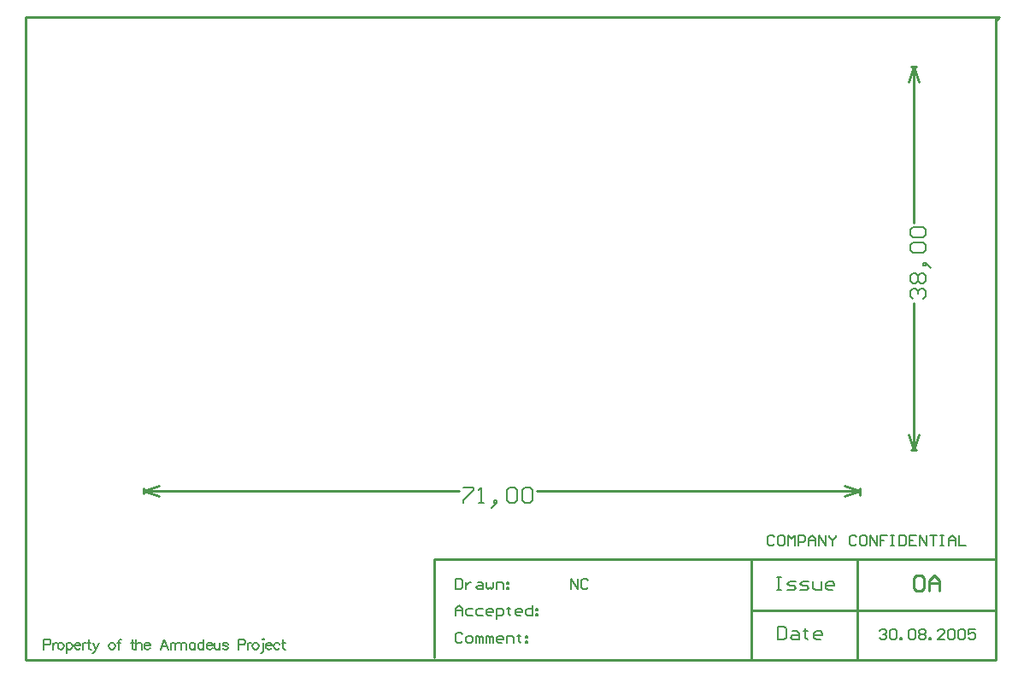
<source format=gm1>
%FSLAX42Y42*%
%MOMM*%
G71*
G01*
G75*
%ADD10C,0.45*%
%ADD11R,0.30X1.60*%
%ADD12R,0.60X0.50*%
%ADD13R,0.50X0.60*%
%ADD14R,1.20X1.50*%
%ADD15R,1.50X1.20*%
%ADD16R,0.80X0.90*%
%ADD17R,1.60X0.30*%
%ADD18R,1.95X3.40*%
%ADD19R,1.95X1.10*%
%ADD20R,1.45X0.55*%
%ADD21R,0.90X0.80*%
%ADD22R,2.60X2.40*%
%ADD23R,1.00X2.50*%
%ADD24R,2.50X6.00*%
%ADD25R,3.50X3.20*%
%ADD26R,4.50X1.50*%
%ADD27R,1.50X0.35*%
%ADD28C,0.15*%
%ADD29C,0.25*%
%ADD30C,0.15*%
%ADD31C,0.13*%
%ADD32C,0.18*%
%ADD33C,0.30*%
%ADD34C,0.40*%
%ADD35R,0.35X1.60*%
%ADD36C,0.80*%
%ADD37C,1.10*%
%ADD38O,0.35X1.60*%
%ADD39R,0.95X1.00*%
%ADD40R,1.15X0.35*%
%ADD41R,1.15X0.35*%
%ADD42R,1.65X0.30*%
%ADD43R,0.30X1.00*%
%ADD44O,0.30X1.00*%
%ADD45R,0.40X1.55*%
%ADD46R,0.40X2.20*%
%ADD47C,0.25*%
%ADD48C,0.20*%
%ADD49C,0.10*%
%ADD50C,0.65*%
%ADD51R,0.50X1.80*%
%ADD52R,0.80X0.70*%
%ADD53R,0.70X0.80*%
%ADD54R,1.40X1.70*%
%ADD55R,1.70X1.40*%
%ADD56R,1.00X1.10*%
%ADD57R,1.80X0.50*%
%ADD58R,2.15X3.60*%
%ADD59R,2.15X1.30*%
%ADD60R,1.65X0.75*%
%ADD61R,1.10X1.00*%
%ADD62R,2.80X2.60*%
%ADD63R,1.20X2.70*%
%ADD64R,2.70X6.20*%
%ADD65R,3.70X3.40*%
%ADD66R,4.70X1.70*%
%ADD67R,1.70X0.55*%
%ADD68C,0.50*%
%ADD69C,0.60*%
%ADD70R,0.55X1.80*%
%ADD71C,1.00*%
%ADD72C,1.30*%
%ADD73O,0.55X1.80*%
%ADD74R,1.15X1.20*%
%ADD75R,1.35X0.55*%
%ADD76R,1.35X0.55*%
%ADD77R,1.85X0.50*%
%ADD78R,0.50X1.20*%
%ADD79O,0.50X1.20*%
%ADD80R,0.60X1.75*%
%ADD81R,0.60X2.40*%
D29*
X9060Y6051D02*
X9115D01*
X9065Y2251D02*
X9110D01*
X9090Y4502D02*
Y6051D01*
Y2251D02*
Y3710D01*
X9039Y5898D02*
X9090Y6051D01*
X9141Y5898D01*
X9090Y2251D02*
X9141Y2403D01*
X9039D02*
X9090Y2251D01*
X1457Y1815D02*
Y1865D01*
X8557Y1800D02*
Y1865D01*
X1457Y1840D02*
X4583D01*
X5350D02*
X8557D01*
X1457D02*
X1610Y1789D01*
X1457Y1840D02*
X1610Y1891D01*
X8405D02*
X8557Y1840D01*
X8405Y1789D02*
X8557Y1840D01*
X8530Y170D02*
Y1170D01*
X7480Y660D02*
X9900D01*
X7480Y180D02*
Y1170D01*
X4340Y190D02*
Y1170D01*
X9900D01*
Y170D02*
Y6540D01*
Y6510D02*
X9930Y6540D01*
X290D02*
X9930D01*
X290Y170D02*
Y6540D01*
Y170D02*
X9900D01*
X9090Y977D02*
X9115Y1002D01*
X9166D01*
X9192Y977D01*
Y875D01*
X9166Y850D01*
X9115D01*
X9090Y875D01*
Y977D01*
X9242Y850D02*
Y952D01*
X9293Y1002D01*
X9344Y952D01*
Y850D01*
Y926D01*
X9242D01*
D30*
X9078Y3751D02*
X9053Y3776D01*
Y3827D01*
X9078Y3852D01*
X9104D01*
X9129Y3827D01*
Y3801D01*
Y3827D01*
X9155Y3852D01*
X9180D01*
X9205Y3827D01*
Y3776D01*
X9180Y3751D01*
X9078Y3903D02*
X9053Y3928D01*
Y3979D01*
X9078Y4005D01*
X9104D01*
X9129Y3979D01*
X9155Y4005D01*
X9180D01*
X9205Y3979D01*
Y3928D01*
X9180Y3903D01*
X9155D01*
X9129Y3928D01*
X9104Y3903D01*
X9078D01*
X9129Y3928D02*
Y3979D01*
X9231Y4081D02*
X9205Y4106D01*
X9180D01*
Y4081D01*
X9205D01*
Y4106D01*
X9231Y4081D01*
X9256Y4055D01*
X9078Y4208D02*
X9053Y4233D01*
Y4284D01*
X9078Y4309D01*
X9180D01*
X9205Y4284D01*
Y4233D01*
X9180Y4208D01*
X9078D01*
Y4360D02*
X9053Y4385D01*
Y4436D01*
X9078Y4462D01*
X9180D01*
X9205Y4436D01*
Y4385D01*
X9180Y4360D01*
X9078D01*
X4624Y1876D02*
X4725D01*
Y1850D01*
X4624Y1749D01*
Y1723D01*
X4776D02*
X4827D01*
X4802D01*
Y1876D01*
X4776Y1850D01*
X4928Y1698D02*
X4954Y1723D01*
Y1749D01*
X4928D01*
Y1723D01*
X4954D01*
X4928Y1698D01*
X4903Y1672D01*
X5055Y1850D02*
X5081Y1876D01*
X5132D01*
X5157Y1850D01*
Y1749D01*
X5132Y1723D01*
X5081D01*
X5055Y1749D01*
Y1850D01*
X5208D02*
X5233Y1876D01*
X5284D01*
X5309Y1850D01*
Y1749D01*
X5284Y1723D01*
X5233D01*
X5208Y1749D01*
Y1850D01*
D31*
X8750Y455D02*
X8767Y472D01*
X8801D01*
X8818Y455D01*
Y438D01*
X8801Y421D01*
X8784D01*
X8801D01*
X8818Y404D01*
Y387D01*
X8801Y370D01*
X8767D01*
X8750Y387D01*
X8852Y455D02*
X8868Y472D01*
X8902D01*
X8919Y455D01*
Y387D01*
X8902Y370D01*
X8868D01*
X8852Y387D01*
Y455D01*
X8953Y370D02*
Y387D01*
X8970D01*
Y370D01*
X8953D01*
X9038Y455D02*
X9055Y472D01*
X9089D01*
X9105Y455D01*
Y387D01*
X9089Y370D01*
X9055D01*
X9038Y387D01*
Y455D01*
X9139D02*
X9156Y472D01*
X9190D01*
X9207Y455D01*
Y438D01*
X9190Y421D01*
X9207Y404D01*
Y387D01*
X9190Y370D01*
X9156D01*
X9139Y387D01*
Y404D01*
X9156Y421D01*
X9139Y438D01*
Y455D01*
X9156Y421D02*
X9190D01*
X9241Y370D02*
Y387D01*
X9258D01*
Y370D01*
X9241D01*
X9393D02*
X9326D01*
X9393Y438D01*
Y455D01*
X9376Y472D01*
X9342D01*
X9326Y455D01*
X9427D02*
X9444Y472D01*
X9478D01*
X9495Y455D01*
Y387D01*
X9478Y370D01*
X9444D01*
X9427Y387D01*
Y455D01*
X9529D02*
X9546Y472D01*
X9579D01*
X9596Y455D01*
Y387D01*
X9579Y370D01*
X9546D01*
X9529Y387D01*
Y455D01*
X9698Y472D02*
X9630D01*
Y421D01*
X9664Y438D01*
X9681D01*
X9698Y421D01*
Y387D01*
X9681Y370D01*
X9647D01*
X9630Y387D01*
X5690Y870D02*
Y972D01*
X5758Y870D01*
Y972D01*
X5859Y955D02*
X5842Y972D01*
X5808D01*
X5792Y955D01*
Y887D01*
X5808Y870D01*
X5842D01*
X5859Y887D01*
X470Y318D02*
X514D01*
X528Y323D01*
X533Y328D01*
X538Y338D01*
Y352D01*
X533Y362D01*
X528Y367D01*
X514Y372D01*
X470D01*
Y270D01*
X560Y338D02*
Y270D01*
Y309D02*
X565Y323D01*
X575Y333D01*
X585Y338D01*
X599D01*
X633D02*
X623Y333D01*
X613Y323D01*
X608Y309D01*
Y299D01*
X613Y285D01*
X623Y275D01*
X633Y270D01*
X647D01*
X657Y275D01*
X666Y285D01*
X671Y299D01*
Y309D01*
X666Y323D01*
X657Y333D01*
X647Y338D01*
X633D01*
X693D02*
Y236D01*
Y323D02*
X703Y333D01*
X713Y338D01*
X727D01*
X737Y333D01*
X747Y323D01*
X752Y309D01*
Y299D01*
X747Y285D01*
X737Y275D01*
X727Y270D01*
X713D01*
X703Y275D01*
X693Y285D01*
X773Y309D02*
X831D01*
Y318D01*
X826Y328D01*
X822Y333D01*
X812Y338D01*
X797D01*
X788Y333D01*
X778Y323D01*
X773Y309D01*
Y299D01*
X778Y285D01*
X788Y275D01*
X797Y270D01*
X812D01*
X822Y275D01*
X831Y285D01*
X853Y338D02*
Y270D01*
Y309D02*
X858Y323D01*
X868Y333D01*
X877Y338D01*
X892D01*
X915Y372D02*
Y289D01*
X920Y275D01*
X930Y270D01*
X940D01*
X901Y338D02*
X935D01*
X959D02*
X988Y270D01*
X1017Y338D02*
X988Y270D01*
X978Y251D01*
X969Y241D01*
X959Y236D01*
X954D01*
X1138Y338D02*
X1128Y333D01*
X1119Y323D01*
X1114Y309D01*
Y299D01*
X1119Y285D01*
X1128Y275D01*
X1138Y270D01*
X1153D01*
X1162Y275D01*
X1172Y285D01*
X1177Y299D01*
Y309D01*
X1172Y323D01*
X1162Y333D01*
X1153Y338D01*
X1138D01*
X1238Y372D02*
X1228D01*
X1218Y367D01*
X1213Y352D01*
Y270D01*
X1199Y338D02*
X1233D01*
X1346Y372D02*
Y289D01*
X1351Y275D01*
X1361Y270D01*
X1371D01*
X1332Y338D02*
X1366D01*
X1385Y372D02*
Y270D01*
Y318D02*
X1400Y333D01*
X1409Y338D01*
X1424D01*
X1434Y333D01*
X1438Y318D01*
Y270D01*
X1465Y309D02*
X1523D01*
Y318D01*
X1518Y328D01*
X1513Y333D01*
X1504Y338D01*
X1489D01*
X1479Y333D01*
X1470Y323D01*
X1465Y309D01*
Y299D01*
X1470Y285D01*
X1479Y275D01*
X1489Y270D01*
X1504D01*
X1513Y275D01*
X1523Y285D01*
X1702Y270D02*
X1663Y372D01*
X1625Y270D01*
X1639Y304D02*
X1687D01*
X1726Y338D02*
Y270D01*
Y309D02*
X1731Y323D01*
X1740Y333D01*
X1750Y338D01*
X1764D01*
X1774D02*
Y270D01*
Y318D02*
X1788Y333D01*
X1798Y338D01*
X1812D01*
X1822Y333D01*
X1827Y318D01*
Y270D01*
Y318D02*
X1841Y333D01*
X1851Y338D01*
X1865D01*
X1875Y333D01*
X1880Y318D01*
Y270D01*
X1970Y338D02*
Y270D01*
Y323D02*
X1960Y333D01*
X1951Y338D01*
X1936D01*
X1926Y333D01*
X1917Y323D01*
X1912Y309D01*
Y299D01*
X1917Y285D01*
X1926Y275D01*
X1936Y270D01*
X1951D01*
X1960Y275D01*
X1970Y285D01*
X2055Y372D02*
Y270D01*
Y323D02*
X2045Y333D01*
X2036Y338D01*
X2021D01*
X2012Y333D01*
X2002Y323D01*
X1997Y309D01*
Y299D01*
X2002Y285D01*
X2012Y275D01*
X2021Y270D01*
X2036D01*
X2045Y275D01*
X2055Y285D01*
X2082Y309D02*
X2140D01*
Y318D01*
X2135Y328D01*
X2131Y333D01*
X2121Y338D01*
X2106D01*
X2097Y333D01*
X2087Y323D01*
X2082Y309D01*
Y299D01*
X2087Y285D01*
X2097Y275D01*
X2106Y270D01*
X2121D01*
X2131Y275D01*
X2140Y285D01*
X2162Y338D02*
Y289D01*
X2167Y275D01*
X2177Y270D01*
X2191D01*
X2201Y275D01*
X2215Y289D01*
Y338D02*
Y270D01*
X2295Y323D02*
X2290Y333D01*
X2276Y338D01*
X2261D01*
X2247Y333D01*
X2242Y323D01*
X2247Y314D01*
X2256Y309D01*
X2281Y304D01*
X2290Y299D01*
X2295Y289D01*
Y285D01*
X2290Y275D01*
X2276Y270D01*
X2261D01*
X2247Y275D01*
X2242Y285D01*
X2396Y318D02*
X2440D01*
X2454Y323D01*
X2459Y328D01*
X2464Y338D01*
Y352D01*
X2459Y362D01*
X2454Y367D01*
X2440Y372D01*
X2396D01*
Y270D01*
X2487Y338D02*
Y270D01*
Y309D02*
X2491Y323D01*
X2501Y333D01*
X2511Y338D01*
X2525D01*
X2559D02*
X2549Y333D01*
X2539Y323D01*
X2534Y309D01*
Y299D01*
X2539Y285D01*
X2549Y275D01*
X2559Y270D01*
X2573D01*
X2583Y275D01*
X2592Y285D01*
X2597Y299D01*
Y309D01*
X2592Y323D01*
X2583Y333D01*
X2573Y338D01*
X2559D01*
X2639Y372D02*
X2644Y367D01*
X2649Y372D01*
X2644Y376D01*
X2639Y372D01*
X2644Y338D02*
Y255D01*
X2639Y241D01*
X2629Y236D01*
X2620D01*
X2667Y309D02*
X2726D01*
Y318D01*
X2721Y328D01*
X2716Y333D01*
X2706Y338D01*
X2692D01*
X2682Y333D01*
X2672Y323D01*
X2667Y309D01*
Y299D01*
X2672Y285D01*
X2682Y275D01*
X2692Y270D01*
X2706D01*
X2716Y275D01*
X2726Y285D01*
X2805Y323D02*
X2796Y333D01*
X2786Y338D01*
X2771D01*
X2762Y333D01*
X2752Y323D01*
X2747Y309D01*
Y299D01*
X2752Y285D01*
X2762Y275D01*
X2771Y270D01*
X2786D01*
X2796Y275D01*
X2805Y285D01*
X2842Y372D02*
Y289D01*
X2846Y275D01*
X2856Y270D01*
X2866D01*
X2827Y338D02*
X2861D01*
X4550Y610D02*
Y678D01*
X4584Y712D01*
X4618Y678D01*
Y610D01*
Y661D01*
X4550D01*
X4719Y678D02*
X4668D01*
X4652Y661D01*
Y627D01*
X4668Y610D01*
X4719D01*
X4821Y678D02*
X4770D01*
X4753Y661D01*
Y627D01*
X4770Y610D01*
X4821D01*
X4905D02*
X4872D01*
X4855Y627D01*
Y661D01*
X4872Y678D01*
X4905D01*
X4922Y661D01*
Y644D01*
X4855D01*
X4956Y576D02*
Y678D01*
X5007D01*
X5024Y661D01*
Y627D01*
X5007Y610D01*
X4956D01*
X5075Y695D02*
Y678D01*
X5058D01*
X5092D01*
X5075D01*
Y627D01*
X5092Y610D01*
X5193D02*
X5159D01*
X5142Y627D01*
Y661D01*
X5159Y678D01*
X5193D01*
X5210Y661D01*
Y644D01*
X5142D01*
X5312Y712D02*
Y610D01*
X5261D01*
X5244Y627D01*
Y661D01*
X5261Y678D01*
X5312D01*
X5346D02*
X5363D01*
Y661D01*
X5346D01*
Y678D01*
Y627D02*
X5363D01*
Y610D01*
X5346D01*
Y627D01*
X4550Y972D02*
Y870D01*
X4601D01*
X4618Y887D01*
Y955D01*
X4601Y972D01*
X4550D01*
X4652Y938D02*
Y870D01*
Y904D01*
X4668Y921D01*
X4685Y938D01*
X4702D01*
X4770D02*
X4804D01*
X4821Y921D01*
Y870D01*
X4770D01*
X4753Y887D01*
X4770Y904D01*
X4821D01*
X4855Y938D02*
Y887D01*
X4872Y870D01*
X4889Y887D01*
X4905Y870D01*
X4922Y887D01*
Y938D01*
X4956Y870D02*
Y938D01*
X5007D01*
X5024Y921D01*
Y870D01*
X5058Y938D02*
X5075D01*
Y921D01*
X5058D01*
Y938D01*
Y887D02*
X5075D01*
Y870D01*
X5058D01*
Y887D01*
X4618Y425D02*
X4601Y442D01*
X4567D01*
X4550Y425D01*
Y357D01*
X4567Y340D01*
X4601D01*
X4618Y357D01*
X4668Y340D02*
X4702D01*
X4719Y357D01*
Y391D01*
X4702Y408D01*
X4668D01*
X4652Y391D01*
Y357D01*
X4668Y340D01*
X4753D02*
Y408D01*
X4770D01*
X4787Y391D01*
Y340D01*
Y391D01*
X4804Y408D01*
X4821Y391D01*
Y340D01*
X4855D02*
Y408D01*
X4872D01*
X4889Y391D01*
Y340D01*
Y391D01*
X4905Y408D01*
X4922Y391D01*
Y340D01*
X5007D02*
X4973D01*
X4956Y357D01*
Y391D01*
X4973Y408D01*
X5007D01*
X5024Y391D01*
Y374D01*
X4956D01*
X5058Y340D02*
Y408D01*
X5109D01*
X5126Y391D01*
Y340D01*
X5176Y425D02*
Y408D01*
X5159D01*
X5193D01*
X5176D01*
Y357D01*
X5193Y340D01*
X5244Y408D02*
X5261D01*
Y391D01*
X5244D01*
Y408D01*
Y357D02*
X5261D01*
Y340D01*
X5244D01*
Y357D01*
X7708Y1385D02*
X7691Y1402D01*
X7657D01*
X7640Y1385D01*
Y1317D01*
X7657Y1300D01*
X7691D01*
X7708Y1317D01*
X7792Y1402D02*
X7758D01*
X7742Y1385D01*
Y1317D01*
X7758Y1300D01*
X7792D01*
X7809Y1317D01*
Y1385D01*
X7792Y1402D01*
X7843Y1300D02*
Y1402D01*
X7877Y1368D01*
X7911Y1402D01*
Y1300D01*
X7945D02*
Y1402D01*
X7995D01*
X8012Y1385D01*
Y1351D01*
X7995Y1334D01*
X7945D01*
X8046Y1300D02*
Y1368D01*
X8080Y1402D01*
X8114Y1368D01*
Y1300D01*
Y1351D01*
X8046D01*
X8148Y1300D02*
Y1402D01*
X8216Y1300D01*
Y1402D01*
X8249D02*
Y1385D01*
X8283Y1351D01*
X8317Y1385D01*
Y1402D01*
X8283Y1351D02*
Y1300D01*
X8520Y1385D02*
X8503Y1402D01*
X8469D01*
X8453Y1385D01*
Y1317D01*
X8469Y1300D01*
X8503D01*
X8520Y1317D01*
X8605Y1402D02*
X8571D01*
X8554Y1385D01*
Y1317D01*
X8571Y1300D01*
X8605D01*
X8622Y1317D01*
Y1385D01*
X8605Y1402D01*
X8656Y1300D02*
Y1402D01*
X8723Y1300D01*
Y1402D01*
X8825D02*
X8757D01*
Y1351D01*
X8791D01*
X8757D01*
Y1300D01*
X8859Y1402D02*
X8893D01*
X8876D01*
Y1300D01*
X8859D01*
X8893D01*
X8943Y1402D02*
Y1300D01*
X8994D01*
X9011Y1317D01*
Y1385D01*
X8994Y1402D01*
X8943D01*
X9113D02*
X9045D01*
Y1300D01*
X9113D01*
X9045Y1351D02*
X9079D01*
X9147Y1300D02*
Y1402D01*
X9214Y1300D01*
Y1402D01*
X9248D02*
X9316D01*
X9282D01*
Y1300D01*
X9350Y1402D02*
X9384D01*
X9367D01*
Y1300D01*
X9350D01*
X9384D01*
X9434D02*
Y1368D01*
X9468Y1402D01*
X9502Y1368D01*
Y1300D01*
Y1351D01*
X9434D01*
X9536Y1402D02*
Y1300D01*
X9604D01*
D32*
X7740Y497D02*
Y370D01*
X7803D01*
X7825Y391D01*
Y476D01*
X7803Y497D01*
X7740D01*
X7888Y455D02*
X7930D01*
X7952Y433D01*
Y370D01*
X7888D01*
X7867Y391D01*
X7888Y412D01*
X7952D01*
X8015Y476D02*
Y455D01*
X7994D01*
X8036D01*
X8015D01*
Y391D01*
X8036Y370D01*
X8163D02*
X8121D01*
X8100Y391D01*
Y433D01*
X8121Y455D01*
X8163D01*
X8184Y433D01*
Y412D01*
X8100D01*
X7730Y987D02*
X7772D01*
X7751D01*
Y860D01*
X7730D01*
X7772D01*
X7836D02*
X7899D01*
X7920Y881D01*
X7899Y902D01*
X7857D01*
X7836Y923D01*
X7857Y945D01*
X7920D01*
X7963Y860D02*
X8026D01*
X8047Y881D01*
X8026Y902D01*
X7984D01*
X7963Y923D01*
X7984Y945D01*
X8047D01*
X8090D02*
Y881D01*
X8111Y860D01*
X8174D01*
Y945D01*
X8280Y860D02*
X8238D01*
X8217Y881D01*
Y923D01*
X8238Y945D01*
X8280D01*
X8301Y923D01*
Y902D01*
X8217D01*
M02*

</source>
